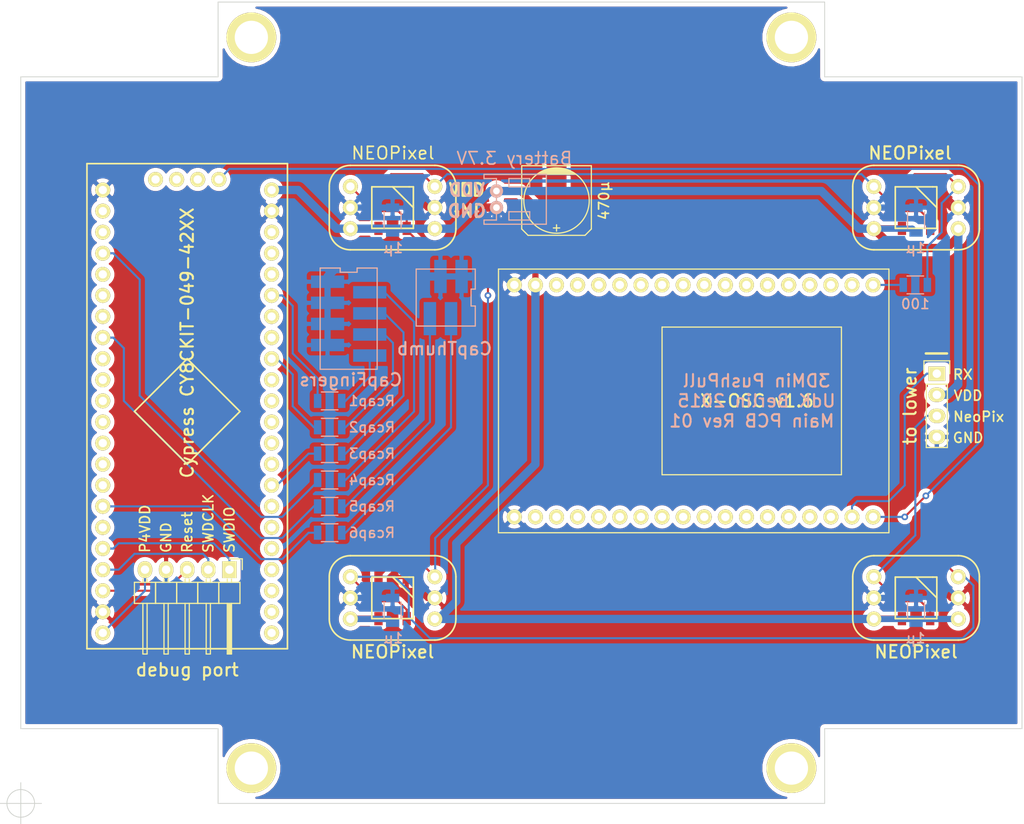
<source format=kicad_pcb>
(kicad_pcb (version 4) (host pcbnew "(2015-05-13 BZR 5653)-product")
  (layers (0 F.Cu signal) (31 B.Cu signal) (34 B.Paste user) (35 F.Paste user) (36 B.SilkS user) (37 F.SilkS user) (38 B.Mask user) (39 F.Mask user) (44 Edge.Cuts user))
  (net 0 "")
  (net 1 VDD)
  (net 2 GND)
  (net 3 "Net-(P3-Pad1)")
  (net 4 "Net-(P3-Pad3)")
  (net 5 "Net-(P4-Pad1)")
  (net 6 "Net-(P4-Pad3)")
  (net 7 "Net-(P4-Pad5)")
  (net 8 "Net-(R1-Pad1)")
  (net 9 "Net-(R2-Pad1)")
  (net 10 "Net-(R3-Pad1)")
  (net 11 "Net-(P2-Pad7)")
  (net 12 "Net-(R4-Pad1)")
  (net 13 "Net-(P2-Pad5)")
  (net 14 "Net-(R5-Pad1)")
  (net 15 "Net-(P2-Pad3)")
  (net 16 "Net-(R6-Pad1)")
  (net 17 "Net-(P2-Pad1)")
  (net 18 "Net-(R7-Pad1)")
  (net 19 "Net-(R7-Pad2)")
  (net 20 "Net-(U1-Pad4)")
  (net 21 "Net-(U2-Pad4)")
  (net 22 "Net-(U3-Pad4)")
  (net 23 "Net-(U5-Pad2)")
  (net 24 "Net-(U5-Pad3)")
  (net 25 "Net-(U5-Pad4)")
  (net 26 "Net-(U5-Pad5)")
  (net 27 "Net-(U5-Pad6)")
  (net 28 "Net-(U5-Pad7)")
  (net 29 "Net-(U5-Pad8)")
  (net 30 "Net-(U5-Pad9)")
  (net 31 "Net-(U5-Pad10)")
  (net 32 "Net-(U5-Pad11)")
  (net 33 "Net-(U5-Pad12)")
  (net 34 "Net-(U5-Pad13)")
  (net 35 "Net-(U5-Pad14)")
  (net 36 "Net-(U5-Pad15)")
  (net 37 "Net-(U5-Pad16)")
  (net 38 "Net-(U5-Pad18)")
  (net 39 "Net-(U5-Pad20)")
  (net 40 "Net-(U5-Pad21)")
  (net 41 "Net-(U5-Pad22)")
  (net 42 "Net-(U5-Pad23)")
  (net 43 "Net-(U5-Pad24)")
  (net 44 "Net-(U5-Pad25)")
  (net 45 "Net-(U5-Pad26)")
  (net 46 "Net-(U5-Pad27)")
  (net 47 "Net-(U5-Pad28)")
  (net 48 "Net-(U5-Pad29)")
  (net 49 "Net-(U5-Pad30)")
  (net 50 "Net-(U5-Pad31)")
  (net 51 "Net-(U5-Pad32)")
  (net 52 "Net-(U5-Pad33)")
  (net 53 "Net-(U5-Pad34)")
  (net 54 "Net-(U6-Pad2)")
  (net 55 "Net-(U6-Pad3)")
  (net 56 "Net-(U6-Pad5)")
  (net 57 "Net-(U6-Pad6)")
  (net 58 "Net-(U6-Pad7)")
  (net 59 "Net-(U6-Pad9)")
  (net 60 "Net-(U6-Pad10)")
  (net 61 "Net-(U6-Pad11)")
  (net 62 "Net-(U6-Pad12)")
  (net 63 "Net-(U6-Pad13)")
  (net 64 "Net-(U6-Pad14)")
  (net 65 "Net-(U6-Pad15)")
  (net 66 "Net-(U6-Pad17)")
  (net 67 "Net-(U6-Pad23)")
  (net 68 "Net-(U6-Pad24)")
  (net 69 "Net-(U6-Pad25)")
  (net 70 "Net-(U6-Pad26)")
  (net 71 "Net-(U6-Pad27)")
  (net 72 "Net-(U6-Pad28)")
  (net 73 "Net-(U6-Pad29)")
  (net 74 "Net-(U6-Pad31)")
  (net 75 "Net-(U6-Pad32)")
  (net 76 "Net-(U6-Pad33)")
  (net 77 "Net-(U6-Pad34)")
  (net 78 "Net-(U6-Pad35)")
  (net 79 "Net-(U6-Pad37)")
  (net 80 "Net-(U6-Pad40)")
  (net 81 "Net-(U6-Pad41)")
  (net 82 "Net-(U6-Pad42)")
  (net 83 "Net-(U6-Pad38)")
  (net 84 "Net-(U6-Pad46)")
  (net 85 "Net-(U6-Pad47)")
  (net 86 "Net-(U6-Pad48)")
  (net 87 "Net-(P5-Pad1)")
  (net 88 "Net-(P5-Pad3)")
  (net 89 "Net-(P4-Pad2)")
  (module Pushpull:Psoc (layer F.Cu) (at 81.28 81.28 90)
    (fp_text reference U6 hide)
    (fp_text value "Cypress CY8CKIT-049-42XX" (at 6.985 0 90) (layer F.SilkS) (effects (font (size 1.5 1.5) (thickness 0.25))))
    (pad 1 thru_hole circle (at 25.4 -10.16 90) (size 1.8 1.8) (drill 1) (layers *.Cu *.Mask F.SilkS) (net 2 GND))
    (pad 2 thru_hole circle (at 22.86 -10.16 90) (size 1.8 1.8) (drill 1) (layers *.Cu *.Mask F.SilkS) (net 54 "Net-(U6-Pad2)"))
    (pad 3 thru_hole circle (at 20.32 -10.16 90) (size 1.8 1.8) (drill 1) (layers *.Cu *.Mask F.SilkS) (net 55 "Net-(U6-Pad3)"))
    (pad 4 thru_hole circle (at 17.78 -10.16 90) (size 1.8 1.8) (drill 1) (layers *.Cu *.Mask F.SilkS) (net 12 "Net-(R4-Pad1)"))
    (pad 5 thru_hole circle (at 15.24 -10.16 90) (size 1.8 1.8) (drill 1) (layers *.Cu *.Mask F.SilkS) (net 56 "Net-(U6-Pad5)"))
    (pad 6 thru_hole circle (at 12.7 -10.16 90) (size 1.8 1.8) (drill 1) (layers *.Cu *.Mask F.SilkS) (net 57 "Net-(U6-Pad6)"))
    (pad 7 thru_hole circle (at 10.16 -10.16 90) (size 1.8 1.8) (drill 1) (layers *.Cu *.Mask F.SilkS) (net 58 "Net-(U6-Pad7)"))
    (pad 8 thru_hole circle (at 7.62 -10.16 90) (size 1.8 1.8) (drill 1) (layers *.Cu *.Mask F.SilkS) (net 14 "Net-(R5-Pad1)"))
    (pad 9 thru_hole circle (at 5.08 -10.16 90) (size 1.8 1.8) (drill 1) (layers *.Cu *.Mask F.SilkS) (net 59 "Net-(U6-Pad9)"))
    (pad 10 thru_hole circle (at 2.54 -10.16 90) (size 1.8 1.8) (drill 1) (layers *.Cu *.Mask F.SilkS) (net 60 "Net-(U6-Pad10)"))
    (pad 11 thru_hole circle (at 0 -10.16 90) (size 1.8 1.8) (drill 1) (layers *.Cu *.Mask F.SilkS) (net 61 "Net-(U6-Pad11)"))
    (pad 12 thru_hole circle (at -2.54 -10.16 90) (size 1.8 1.8) (drill 1) (layers *.Cu *.Mask F.SilkS) (net 62 "Net-(U6-Pad12)"))
    (pad 13 thru_hole circle (at -5.08 -10.16 90) (size 1.8 1.8) (drill 1) (layers *.Cu *.Mask F.SilkS) (net 63 "Net-(U6-Pad13)"))
    (pad 14 thru_hole circle (at -7.62 -10.16 90) (size 1.8 1.8) (drill 1) (layers *.Cu *.Mask F.SilkS) (net 64 "Net-(U6-Pad14)"))
    (pad 15 thru_hole circle (at -10.16 -10.16 90) (size 1.8 1.8) (drill 1) (layers *.Cu *.Mask F.SilkS) (net 65 "Net-(U6-Pad15)"))
    (pad 16 thru_hole circle (at -12.7 -10.16 90) (size 1.8 1.8) (drill 1) (layers *.Cu *.Mask F.SilkS) (net 16 "Net-(R6-Pad1)"))
    (pad 17 thru_hole circle (at -15.24 -10.16 90) (size 1.8 1.8) (drill 1) (layers *.Cu *.Mask F.SilkS) (net 66 "Net-(U6-Pad17)"))
    (pad 18 thru_hole circle (at -17.78 -10.16 90) (size 1.8 1.8) (drill 1) (layers *.Cu *.Mask F.SilkS) (net 5 "Net-(P4-Pad1)"))
    (pad 19 thru_hole circle (at -20.32 -10.16 90) (size 1.8 1.8) (drill 1) (layers *.Cu *.Mask F.SilkS) (net 89 "Net-(P4-Pad2)"))
    (pad 20 thru_hole circle (at -22.86 -10.16 90) (size 1.8 1.8) (drill 1) (layers *.Cu *.Mask F.SilkS) (net 6 "Net-(P4-Pad3)"))
    (pad 21 thru_hole circle (at -25.4 -10.16 90) (size 1.8 1.8) (drill 1) (layers *.Cu *.Mask F.SilkS) (net 2 GND))
    (pad 22 thru_hole circle (at -27.94 -10.16 90) (size 1.8 1.8) (drill 1) (layers *.Cu *.Mask F.SilkS) (net 7 "Net-(P4-Pad5)"))
    (pad 23 thru_hole circle (at -27.94 10.16 90) (size 1.8 1.8) (drill 1) (layers *.Cu *.Mask F.SilkS) (net 67 "Net-(U6-Pad23)"))
    (pad 24 thru_hole circle (at -25.4 10.16 90) (size 1.8 1.8) (drill 1) (layers *.Cu *.Mask F.SilkS) (net 68 "Net-(U6-Pad24)"))
    (pad 25 thru_hole circle (at -22.86 10.16 90) (size 1.8 1.8) (drill 1) (layers *.Cu *.Mask F.SilkS) (net 69 "Net-(U6-Pad25)"))
    (pad 26 thru_hole circle (at -20.32 10.16 90) (size 1.8 1.8) (drill 1) (layers *.Cu *.Mask F.SilkS) (net 70 "Net-(U6-Pad26)"))
    (pad 27 thru_hole circle (at -17.78 10.16 90) (size 1.8 1.8) (drill 1) (layers *.Cu *.Mask F.SilkS) (net 71 "Net-(U6-Pad27)"))
    (pad 28 thru_hole circle (at -15.24 10.16 90) (size 1.8 1.8) (drill 1) (layers *.Cu *.Mask F.SilkS) (net 72 "Net-(U6-Pad28)"))
    (pad 29 thru_hole circle (at -12.7 10.16 90) (size 1.8 1.8) (drill 1) (layers *.Cu *.Mask F.SilkS) (net 73 "Net-(U6-Pad29)"))
    (pad 30 thru_hole circle (at -10.16 10.16 90) (size 1.8 1.8) (drill 1) (layers *.Cu *.Mask F.SilkS) (net 10 "Net-(R3-Pad1)"))
    (pad 31 thru_hole circle (at -7.62 10.16 90) (size 1.8 1.8) (drill 1) (layers *.Cu *.Mask F.SilkS) (net 74 "Net-(U6-Pad31)"))
    (pad 32 thru_hole circle (at -5.08 10.16 90) (size 1.8 1.8) (drill 1) (layers *.Cu *.Mask F.SilkS) (net 75 "Net-(U6-Pad32)"))
    (pad 33 thru_hole circle (at -2.54 10.16 90) (size 1.8 1.8) (drill 1) (layers *.Cu *.Mask F.SilkS) (net 76 "Net-(U6-Pad33)"))
    (pad 34 thru_hole circle (at 0 10.16 90) (size 1.8 1.8) (drill 1) (layers *.Cu *.Mask F.SilkS) (net 77 "Net-(U6-Pad34)"))
    (pad 35 thru_hole circle (at 2.54 10.16 90) (size 1.8 1.8) (drill 1) (layers *.Cu *.Mask F.SilkS) (net 78 "Net-(U6-Pad35)"))
    (pad 36 thru_hole circle (at 5.08 10.16 90) (size 1.8 1.8) (drill 1) (layers *.Cu *.Mask F.SilkS) (net 9 "Net-(R2-Pad1)"))
    (pad 37 thru_hole circle (at 7.62 10.16 90) (size 1.8 1.8) (drill 1) (layers *.Cu *.Mask F.SilkS) (net 79 "Net-(U6-Pad37)"))
    (pad 39 thru_hole circle (at 12.7 10.16 90) (size 1.8 1.8) (drill 1) (layers *.Cu *.Mask F.SilkS) (net 8 "Net-(R1-Pad1)"))
    (pad 40 thru_hole circle (at 15.24 10.16 90) (size 1.8 1.8) (drill 1) (layers *.Cu *.Mask F.SilkS) (net 80 "Net-(U6-Pad40)"))
    (pad 41 thru_hole circle (at 17.78 10.16 90) (size 1.8 1.8) (drill 1) (layers *.Cu *.Mask F.SilkS) (net 81 "Net-(U6-Pad41)"))
    (pad 42 thru_hole circle (at 20.32 10.16 90) (size 1.8 1.8) (drill 1) (layers *.Cu *.Mask F.SilkS) (net 82 "Net-(U6-Pad42)"))
    (pad 43 thru_hole circle (at 22.86 10.16 90) (size 1.8 1.8) (drill 1) (layers *.Cu *.Mask F.SilkS) (net 2 GND))
    (pad 44 thru_hole circle (at 25.4 10.16 90) (size 1.8 1.8) (drill 1) (layers *.Cu *.Mask F.SilkS) (net 1 VDD))
    (pad 38 thru_hole circle (at 10.16 10.16 90) (size 1.8 1.8) (drill 1) (layers *.Cu *.Mask F.SilkS) (net 83 "Net-(U6-Pad38)"))
    (pad 45 thru_hole circle (at 26.67 3.81 90) (size 1.8 1.8) (drill 1) (layers *.Cu *.Mask F.SilkS) (net 38 "Net-(U5-Pad18)"))
    (pad 46 thru_hole circle (at 26.67 1.27 90) (size 1.8 1.8) (drill 1) (layers *.Cu *.Mask F.SilkS) (net 84 "Net-(U6-Pad46)"))
    (pad 47 thru_hole circle (at 26.67 -1.27 90) (size 1.8 1.8) (drill 1) (layers *.Cu *.Mask F.SilkS) (net 85 "Net-(U6-Pad47)"))
    (pad 48 thru_hole circle (at 26.67 -3.81 90) (size 1.8 1.8) (drill 1) (layers *.Cu *.Mask F.SilkS) (net 86 "Net-(U6-Pad48)"))
  )
  (module Capacitors_SMD:C_1206 (layer B.Cu) (at 169 59.5 90)
    (fp_text reference C1 hide)
    (fp_text value 1µ (at -3.365 -0.09 180) (layer B.SilkS) (effects (font (size 1.2 1.2) (thickness 0.2)) (justify mirror)))
    (pad 1 smd rect (at -1.5 0 90) (size 1 1.6) (layers B.Cu B.Paste B.Mask) (net 1 VDD))
    (pad 2 smd rect (at 1.5 0 90) (size 1 1.6) (layers B.Cu B.Paste B.Mask) (net 2 GND))
  )
  (module Capacitors_SMD:C_1206 (layer B.Cu) (at 106 59.5 90)
    (fp_text reference C2 hide)
    (fp_text value 1µ (at -3.365 0.045 180) (layer B.SilkS) (effects (font (size 1.2 1.2) (thickness 0.2)) (justify mirror)))
    (pad 1 smd rect (at -1.5 0 90) (size 1 1.6) (layers B.Cu B.Paste B.Mask) (net 1 VDD))
    (pad 2 smd rect (at 1.5 0 90) (size 1 1.6) (layers B.Cu B.Paste B.Mask) (net 2 GND))
  )
  (module Capacitors_SMD:C_1206 (layer B.Cu) (at 106 106.5 90)
    (fp_text reference C3 hide)
    (fp_text value 1µ (at -3.355 0.045 180) (layer B.SilkS) (effects (font (size 1.2 1.2) (thickness 0.2)) (justify mirror)))
    (pad 1 smd rect (at -1.5 0 90) (size 1 1.6) (layers B.Cu B.Paste B.Mask) (net 1 VDD))
    (pad 2 smd rect (at 1.5 0 90) (size 1 1.6) (layers B.Cu B.Paste B.Mask) (net 2 GND))
  )
  (module Capacitors_SMD:C_1206 (layer B.Cu) (at 169 106.5 90)
    (fp_text reference C4 hide)
    (fp_text value 1µ (at -3.355 -0.09 180) (layer B.SilkS) (effects (font (size 1.2 1.2) (thickness 0.2)) (justify mirror)))
    (pad 1 smd rect (at -1.5 0 90) (size 1 1.6) (layers B.Cu B.Paste B.Mask) (net 1 VDD))
    (pad 2 smd rect (at 1.5 0 90) (size 1 1.6) (layers B.Cu B.Paste B.Mask) (net 2 GND))
  )
  (module Pin_Headers:Pin_Header_Straight_1x04 (layer F.Cu) (at 171.5 78)
    (fp_text reference P3 hide)
    (fp_text value "to lower" (at -3.225 3.915 90) (layer F.SilkS) (effects (font (size 1.5 1.5) (thickness 0.25))))
    (pad 1 thru_hole rect (at 0 0) (size 2.032 1.7272) (drill 1.016) (layers *.Cu *.Mask F.SilkS) (net 3 "Net-(P3-Pad1)"))
    (pad 2 thru_hole oval (at 0 2.54) (size 2.032 1.7272) (drill 1.016) (layers *.Cu *.Mask F.SilkS) (net 1 VDD))
    (pad 3 thru_hole oval (at 0 5.08) (size 2.032 1.7272) (drill 1.016) (layers *.Cu *.Mask F.SilkS) (net 4 "Net-(P3-Pad3)"))
    (pad 4 thru_hole oval (at 0 7.62) (size 2.032 1.7272) (drill 1.016) (layers *.Cu *.Mask F.SilkS) (net 2 GND))
  )
  (module Resistors_SMD:R_1206 (layer B.Cu) (at 98.425 81.28)
    (fp_text reference R1 hide)
    (fp_text value Rcap1 (at 5.08 0) (layer B.SilkS) (effects (font (size 1.2 1.2) (thickness 0.2)) (justify mirror)))
    (pad 1 smd rect (at -1.45 0) (size 0.9 1.7) (layers B.Cu B.Paste B.Mask) (net 8 "Net-(R1-Pad1)"))
    (pad 2 smd rect (at 1.45 0) (size 0.9 1.7) (layers B.Cu B.Paste B.Mask) (net 17 "Net-(P2-Pad1)"))
  )
  (module Resistors_SMD:R_1206 (layer B.Cu) (at 98.425 84.455)
    (fp_text reference R2 hide)
    (fp_text value Rcap2 (at 5.08 0) (layer B.SilkS) (effects (font (size 1.2 1.2) (thickness 0.2)) (justify mirror)))
    (pad 1 smd rect (at -1.45 0) (size 0.9 1.7) (layers B.Cu B.Paste B.Mask) (net 9 "Net-(R2-Pad1)"))
    (pad 2 smd rect (at 1.45 0) (size 0.9 1.7) (layers B.Cu B.Paste B.Mask) (net 15 "Net-(P2-Pad3)"))
  )
  (module Resistors_SMD:R_1206 (layer B.Cu) (at 98.425 87.63)
    (fp_text reference R3 hide)
    (fp_text value Rcap3 (at 5.08 0) (layer B.SilkS) (effects (font (size 1.2 1.2) (thickness 0.2)) (justify mirror)))
    (pad 1 smd rect (at -1.45 0) (size 0.9 1.7) (layers B.Cu B.Paste B.Mask) (net 10 "Net-(R3-Pad1)"))
    (pad 2 smd rect (at 1.45 0) (size 0.9 1.7) (layers B.Cu B.Paste B.Mask) (net 13 "Net-(P2-Pad5)"))
  )
  (module Resistors_SMD:R_1206 (layer B.Cu) (at 98.425 90.805)
    (fp_text reference R4 hide)
    (fp_text value Rcap4 (at 5.08 0) (layer B.SilkS) (effects (font (size 1.2 1.2) (thickness 0.2)) (justify mirror)))
    (pad 1 smd rect (at -1.45 0) (size 0.9 1.7) (layers B.Cu B.Paste B.Mask) (net 12 "Net-(R4-Pad1)"))
    (pad 2 smd rect (at 1.45 0) (size 0.9 1.7) (layers B.Cu B.Paste B.Mask) (net 11 "Net-(P2-Pad7)"))
  )
  (module Resistors_SMD:R_1206 (layer B.Cu) (at 98.425 93.98)
    (fp_text reference R5 hide)
    (fp_text value Rcap5 (at 5.08 0) (layer B.SilkS) (effects (font (size 1.2 1.2) (thickness 0.2)) (justify mirror)))
    (pad 1 smd rect (at -1.45 0) (size 0.9 1.7) (layers B.Cu B.Paste B.Mask) (net 14 "Net-(R5-Pad1)"))
    (pad 2 smd rect (at 1.45 0) (size 0.9 1.7) (layers B.Cu B.Paste B.Mask) (net 87 "Net-(P5-Pad1)"))
  )
  (module Resistors_SMD:R_1206 (layer B.Cu) (at 98.425 97.155)
    (fp_text reference R6 hide)
    (fp_text value Rcap6 (at 5.08 0) (layer B.SilkS) (effects (font (size 1.2 1.2) (thickness 0.2)) (justify mirror)))
    (pad 1 smd rect (at -1.45 0) (size 0.9 1.7) (layers B.Cu B.Paste B.Mask) (net 16 "Net-(R6-Pad1)"))
    (pad 2 smd rect (at 1.45 0) (size 0.9 1.7) (layers B.Cu B.Paste B.Mask) (net 88 "Net-(P5-Pad3)"))
  )
  (module Resistors_SMD:R_1206 (layer B.Cu) (at 168.91 67.31 180)
    (fp_text reference R7 hide)
    (fp_text value 100 (at 0 -2.3 180) (layer B.SilkS) (effects (font (size 1.2 1.2) (thickness 0.2)) (justify mirror)))
    (pad 1 smd rect (at -1.45 0 180) (size 0.9 1.7) (layers B.Cu B.Paste B.Mask) (net 18 "Net-(R7-Pad1)"))
    (pad 2 smd rect (at 1.45 0 180) (size 0.9 1.7) (layers B.Cu B.Paste B.Mask) (net 19 "Net-(R7-Pad2)"))
  )
  (module Capacitors_SMD:c_elec_8x10 (layer F.Cu) (at 125.73 57.15 270)
    (fp_text reference C5 hide)
    (fp_text value 470µ (at 0 -5.715 270) (layer F.SilkS) (effects (font (size 1.2 1.2) (thickness 0.2))))
    (pad 1 smd rect (at 3.2512 0 270) (size 3.50012 2.4003) (layers F.Cu F.Paste F.Mask) (net 1 VDD))
    (pad 2 smd rect (at -3.2512 0 270) (size 3.50012 2.4003) (layers F.Cu F.Paste F.Mask) (net 2 GND))
  )
  (module Pushpull:XOsc (layer F.Cu) (at 142.24 81.28 180)
    (fp_text reference U5 hide)
    (fp_text value "X-OSC v1.6" (at -7.62 0 180) (layer F.SilkS) (effects (font (size 1.5 1.5) (thickness 0.25))))
    (pad 1 thru_hole circle (at 21.59 -13.97 180) (size 1.8 1.8) (drill 1) (layers *.Cu *.Mask F.SilkS) (net 2 GND))
    (pad 2 thru_hole circle (at 19.05 -13.97 180) (size 1.8 1.8) (drill 1) (layers *.Cu *.Mask F.SilkS) (net 23 "Net-(U5-Pad2)"))
    (pad 3 thru_hole circle (at 16.51 -13.97 180) (size 1.8 1.8) (drill 1) (layers *.Cu *.Mask F.SilkS) (net 24 "Net-(U5-Pad3)"))
    (pad 4 thru_hole circle (at 13.97 -13.97 180) (size 1.8 1.8) (drill 1) (layers *.Cu *.Mask F.SilkS) (net 25 "Net-(U5-Pad4)"))
    (pad 5 thru_hole circle (at 11.43 -13.97 180) (size 1.8 1.8) (drill 1) (layers *.Cu *.Mask F.SilkS) (net 26 "Net-(U5-Pad5)"))
    (pad 6 thru_hole circle (at 8.89 -13.97 180) (size 1.8 1.8) (drill 1) (layers *.Cu *.Mask F.SilkS) (net 27 "Net-(U5-Pad6)"))
    (pad 7 thru_hole circle (at 6.35 -13.97 180) (size 1.8 1.8) (drill 1) (layers *.Cu *.Mask F.SilkS) (net 28 "Net-(U5-Pad7)"))
    (pad 8 thru_hole circle (at 3.81 -13.97 180) (size 1.8 1.8) (drill 1) (layers *.Cu *.Mask F.SilkS) (net 29 "Net-(U5-Pad8)"))
    (pad 9 thru_hole circle (at 1.27 -13.97 180) (size 1.8 1.8) (drill 1) (layers *.Cu *.Mask F.SilkS) (net 30 "Net-(U5-Pad9)"))
    (pad 10 thru_hole circle (at -1.27 -13.97 180) (size 1.8 1.8) (drill 1) (layers *.Cu *.Mask F.SilkS) (net 31 "Net-(U5-Pad10)"))
    (pad 11 thru_hole circle (at -3.81 -13.97 180) (size 1.8 1.8) (drill 1) (layers *.Cu *.Mask F.SilkS) (net 32 "Net-(U5-Pad11)"))
    (pad 12 thru_hole circle (at -6.35 -13.97 180) (size 1.8 1.8) (drill 1) (layers *.Cu *.Mask F.SilkS) (net 33 "Net-(U5-Pad12)"))
    (pad 13 thru_hole circle (at -8.89 -13.97 180) (size 1.8 1.8) (drill 1) (layers *.Cu *.Mask F.SilkS) (net 34 "Net-(U5-Pad13)"))
    (pad 14 thru_hole circle (at -11.43 -13.97 180) (size 1.8 1.8) (drill 1) (layers *.Cu *.Mask F.SilkS) (net 35 "Net-(U5-Pad14)"))
    (pad 15 thru_hole circle (at -13.97 -13.97 180) (size 1.8 1.8) (drill 1) (layers *.Cu *.Mask F.SilkS) (net 36 "Net-(U5-Pad15)"))
    (pad 16 thru_hole circle (at -16.51 -13.97 180) (size 1.8 1.8) (drill 1) (layers *.Cu *.Mask F.SilkS) (net 37 "Net-(U5-Pad16)"))
    (pad 17 thru_hole circle (at -19.05 -13.97 180) (size 1.8 1.8) (drill 1) (layers *.Cu *.Mask F.SilkS) (net 3 "Net-(P3-Pad1)"))
    (pad 18 thru_hole circle (at -21.59 -13.97 180) (size 1.8 1.8) (drill 1) (layers *.Cu *.Mask F.SilkS) (net 38 "Net-(U5-Pad18)"))
    (pad 19 thru_hole circle (at -21.59 13.97 180) (size 1.8 1.8) (drill 1) (layers *.Cu *.Mask F.SilkS) (net 19 "Net-(R7-Pad2)"))
    (pad 20 thru_hole circle (at -19.05 13.97 180) (size 1.8 1.8) (drill 1) (layers *.Cu *.Mask F.SilkS) (net 39 "Net-(U5-Pad20)"))
    (pad 21 thru_hole circle (at -16.51 13.97 180) (size 1.8 1.8) (drill 1) (layers *.Cu *.Mask F.SilkS) (net 40 "Net-(U5-Pad21)"))
    (pad 22 thru_hole circle (at -13.97 13.97 180) (size 1.8 1.8) (drill 1) (layers *.Cu *.Mask F.SilkS) (net 41 "Net-(U5-Pad22)"))
    (pad 23 thru_hole circle (at -11.43 13.97 180) (size 1.8 1.8) (drill 1) (layers *.Cu *.Mask F.SilkS) (net 42 "Net-(U5-Pad23)"))
    (pad 24 thru_hole circle (at -8.89 13.97 180) (size 1.8 1.8) (drill 1) (layers *.Cu *.Mask F.SilkS) (net 43 "Net-(U5-Pad24)"))
    (pad 25 thru_hole circle (at -6.35 13.97 180) (size 1.8 1.8) (drill 1) (layers *.Cu *.Mask F.SilkS) (net 44 "Net-(U5-Pad25)"))
    (pad 26 thru_hole circle (at -3.81 13.97 180) (size 1.8 1.8) (drill 1) (layers *.Cu *.Mask F.SilkS) (net 45 "Net-(U5-Pad26)"))
    (pad 27 thru_hole circle (at -1.27 13.97 180) (size 1.8 1.8) (drill 1) (layers *.Cu *.Mask F.SilkS) (net 46 "Net-(U5-Pad27)"))
    (pad 28 thru_hole circle (at 1.27 13.97 180) (size 1.8 1.8) (drill 1) (layers *.Cu *.Mask F.SilkS) (net 47 "Net-(U5-Pad28)"))
    (pad 29 thru_hole circle (at 3.81 13.97 180) (size 1.8 1.8) (drill 1) (layers *.Cu *.Mask F.SilkS) (net 48 "Net-(U5-Pad29)"))
    (pad 30 thru_hole circle (at 6.35 13.97 180) (size 1.8 1.8) (drill 1) (layers *.Cu *.Mask F.SilkS) (net 49 "Net-(U5-Pad30)"))
    (pad 31 thru_hole circle (at 8.89 13.97 180) (size 1.8 1.8) (drill 1) (layers *.Cu *.Mask F.SilkS) (net 50 "Net-(U5-Pad31)"))
    (pad 32 thru_hole circle (at 11.43 13.97 180) (size 1.8 1.8) (drill 1) (layers *.Cu *.Mask F.SilkS) (net 51 "Net-(U5-Pad32)"))
    (pad 33 thru_hole circle (at 13.97 13.97 180) (size 1.8 1.8) (drill 1) (layers *.Cu *.Mask F.SilkS) (net 52 "Net-(U5-Pad33)"))
    (pad 34 thru_hole circle (at 16.51 13.97 180) (size 1.8 1.8) (drill 1) (layers *.Cu *.Mask F.SilkS) (net 53 "Net-(U5-Pad34)"))
    (pad 35 thru_hole circle (at 19.05 13.97 180) (size 1.8 1.8) (drill 1) (layers *.Cu *.Mask F.SilkS) (net 1 VDD))
    (pad 36 thru_hole circle (at 21.59 13.97 180) (size 1.8 1.8) (drill 1) (layers *.Cu *.Mask F.SilkS) (net 2 GND))
  )
  (module Pushpull:JST_PH_Series_S2B-PH-KL-2pole_angled (layer B.Cu) (at 118.5 57)
    (fp_text reference P1 hide)
    (fp_text value "Battery 3.7V" (at 2.15 -4.93) (layer B.SilkS) (effects (font (size 1.5 1.5) (thickness 0.2)) (justify mirror)))
    (pad 1 thru_hole circle (at 0 1) (size 1.6 1.6) (drill 0.8) (layers *.Cu *.Mask B.SilkS) (net 2 GND))
    (pad 2 thru_hole circle (at 0 -1) (size 1.6 1.6) (drill 0.8) (layers *.Cu *.Mask B.SilkS) (net 1 VDD))
  )
  (module Pushpull:4_PIN_MM_conn (layer B.Cu) (at 112.395 68.834)
    (fp_text reference P5 hide)
    (fp_text value CapThumb (at -0.145 6.166) (layer B.SilkS) (effects (font (size 1.5 1.5) (thickness 0.25)) (justify mirror)))
    (pad 1 smd rect (at -1.905 2.54) (size 1.5 4) (layers B.Cu B.Paste B.Mask) (net 87 "Net-(P5-Pad1)"))
    (pad 3 smd rect (at 0.635 2.54) (size 1.5 4) (layers B.Cu B.Paste B.Mask) (net 88 "Net-(P5-Pad3)"))
    (pad 2 smd rect (at -0.635 -2.54) (size 1.5 4) (layers B.Cu B.Paste B.Mask) (net 2 GND))
    (pad 4 smd rect (at 1.905 -2.54) (size 1.5 4) (layers B.Cu B.Paste B.Mask) (net 2 GND))
  )
  (module Pushpull:8_PIN_MM_conn (layer B.Cu) (at 104.14 77.47 90)
    (fp_text reference P2 hide)
    (fp_text value CapFingers (at -1.27 -3.175 180) (layer B.SilkS) (effects (font (size 1.5 1.5) (thickness 0.25)) (justify mirror)))
    (pad 1 smd rect (at 1.651 -0.889 90) (size 1.5 4) (layers B.Cu B.Paste B.Mask) (net 17 "Net-(P2-Pad1)"))
    (pad 3 smd rect (at 4.191 -0.889 90) (size 1.5 4) (layers B.Cu B.Paste B.Mask) (net 15 "Net-(P2-Pad3)"))
    (pad 2 smd rect (at 2.921 -5.969 90) (size 1.5 4) (layers B.Cu B.Paste B.Mask) (net 2 GND))
    (pad 4 smd rect (at 5.461 -5.969 90) (size 1.5 4) (layers B.Cu B.Paste B.Mask) (net 2 GND))
    (pad 5 smd rect (at 6.731 -0.889 90) (size 1.5 4) (layers B.Cu B.Paste B.Mask) (net 13 "Net-(P2-Pad5)"))
    (pad 6 smd rect (at 8.001 -5.969 90) (size 1.5 4) (layers B.Cu B.Paste B.Mask) (net 2 GND))
    (pad 7 smd rect (at 9.271 -0.889 90) (size 1.5 4) (layers B.Cu B.Paste B.Mask) (net 11 "Net-(P2-Pad7)"))
    (pad 8 smd rect (at 10.541 -5.969 90) (size 1.5 4) (layers B.Cu B.Paste B.Mask) (net 2 GND))
  )
  (module Pushpull:NeoPixel_WS2812B (layer F.Cu) (at 106 105 180)
    (fp_text reference U3 hide)
    (fp_text value NEOPixel (at 0 -6.5 180) (layer F.SilkS) (effects (font (size 1.5 1.5) (thickness 0.25))))
    (pad 1 thru_hole circle (at -5.08 -2.54 180) (size 1.8 1.8) (drill 1) (layers *.Cu *.Mask F.SilkS) (net 1 VDD))
    (pad 2 thru_hole circle (at -5.08 0 180) (size 1.8 1.8) (drill 1) (layers *.Cu *.Mask F.SilkS) (net 2 GND))
    (pad 3 thru_hole circle (at -5.08 2.54 180) (size 1.8 1.8) (drill 1) (layers *.Cu *.Mask F.SilkS) (net 21 "Net-(U2-Pad4)"))
    (pad 4 thru_hole circle (at 5.08 2.54 180) (size 1.8 1.8) (drill 1) (layers *.Cu *.Mask F.SilkS) (net 22 "Net-(U3-Pad4)"))
    (pad 5 thru_hole circle (at 5.08 0 180) (size 1.8 1.8) (drill 1) (layers *.Cu *.Mask F.SilkS) (net 2 GND))
    (pad 6 thru_hole circle (at 5.08 -2.54 180) (size 1.8 1.8) (drill 1) (layers *.Cu *.Mask F.SilkS) (net 1 VDD))
    (pad 6 smd rect (at 1.7 -2.5 90) (size 1.6 1) (layers F.Cu F.Paste F.Mask) (net 1 VDD))
    (pad 4 smd rect (at -1.7 -2.5 90) (size 1.6 1) (layers F.Cu F.Paste F.Mask) (net 22 "Net-(U3-Pad4)"))
    (pad 2 smd rect (at -1.7 2.5 90) (size 1.6 1) (layers F.Cu F.Paste F.Mask) (net 2 GND))
    (pad 3 smd rect (at 1.7 2.5 90) (size 1.6 1) (layers F.Cu F.Paste F.Mask) (net 21 "Net-(U2-Pad4)"))
  )
  (module Pushpull:NeoPixel_WS2812B (layer F.Cu) (at 106 58 180)
    (fp_text reference U2 hide)
    (fp_text value NEOPixel (at -0.045 6.565 180) (layer F.SilkS) (effects (font (size 1.5 1.5) (thickness 0.2))))
    (pad 1 thru_hole circle (at -5.08 -2.54 180) (size 1.8 1.8) (drill 1) (layers *.Cu *.Mask F.SilkS) (net 1 VDD))
    (pad 2 thru_hole circle (at -5.08 0 180) (size 1.8 1.8) (drill 1) (layers *.Cu *.Mask F.SilkS) (net 2 GND))
    (pad 3 thru_hole circle (at -5.08 2.54 180) (size 1.8 1.8) (drill 1) (layers *.Cu *.Mask F.SilkS) (net 20 "Net-(U1-Pad4)"))
    (pad 4 thru_hole circle (at 5.08 2.54 180) (size 1.8 1.8) (drill 1) (layers *.Cu *.Mask F.SilkS) (net 21 "Net-(U2-Pad4)"))
    (pad 5 thru_hole circle (at 5.08 0 180) (size 1.8 1.8) (drill 1) (layers *.Cu *.Mask F.SilkS) (net 2 GND))
    (pad 6 thru_hole circle (at 5.08 -2.54 180) (size 1.8 1.8) (drill 1) (layers *.Cu *.Mask F.SilkS) (net 1 VDD))
    (pad 6 smd rect (at 1.7 -2.5 90) (size 1.6 1) (layers F.Cu F.Paste F.Mask) (net 1 VDD))
    (pad 4 smd rect (at -1.7 -2.5 90) (size 1.6 1) (layers F.Cu F.Paste F.Mask) (net 21 "Net-(U2-Pad4)"))
    (pad 2 smd rect (at -1.7 2.5 90) (size 1.6 1) (layers F.Cu F.Paste F.Mask) (net 2 GND))
    (pad 3 smd rect (at 1.7 2.5 90) (size 1.6 1) (layers F.Cu F.Paste F.Mask) (net 20 "Net-(U1-Pad4)"))
  )
  (module Pushpull:NeoPixel_WS2812B (layer F.Cu) (at 169 58 180)
    (fp_text reference U1 hide)
    (fp_text value NEOPixel (at 0.725 6.565 180) (layer F.SilkS) (effects (font (size 1.5 1.5) (thickness 0.25))))
    (pad 1 thru_hole circle (at -5.08 -2.54 180) (size 1.8 1.8) (drill 1) (layers *.Cu *.Mask F.SilkS) (net 1 VDD))
    (pad 2 thru_hole circle (at -5.08 0 180) (size 1.8 1.8) (drill 1) (layers *.Cu *.Mask F.SilkS) (net 2 GND))
    (pad 3 thru_hole circle (at -5.08 2.54 180) (size 1.8 1.8) (drill 1) (layers *.Cu *.Mask F.SilkS) (net 18 "Net-(R7-Pad1)"))
    (pad 4 thru_hole circle (at 5.08 2.54 180) (size 1.8 1.8) (drill 1) (layers *.Cu *.Mask F.SilkS) (net 20 "Net-(U1-Pad4)"))
    (pad 5 thru_hole circle (at 5.08 0 180) (size 1.8 1.8) (drill 1) (layers *.Cu *.Mask F.SilkS) (net 2 GND))
    (pad 6 thru_hole circle (at 5.08 -2.54 180) (size 1.8 1.8) (drill 1) (layers *.Cu *.Mask F.SilkS) (net 1 VDD))
    (pad 6 smd rect (at 1.7 -2.5 90) (size 1.6 1) (layers F.Cu F.Paste F.Mask) (net 1 VDD))
    (pad 4 smd rect (at -1.7 -2.5 90) (size 1.6 1) (layers F.Cu F.Paste F.Mask) (net 20 "Net-(U1-Pad4)"))
    (pad 2 smd rect (at -1.7 2.5 90) (size 1.6 1) (layers F.Cu F.Paste F.Mask) (net 2 GND))
    (pad 3 smd rect (at 1.7 2.5 90) (size 1.6 1) (layers F.Cu F.Paste F.Mask) (net 18 "Net-(R7-Pad1)"))
  )
  (module Pushpull:NeoPixel_WS2812B (layer F.Cu) (at 169 105 180)
    (fp_text reference U4 hide)
    (fp_text value NEOPixel (at 0 -6.5 180) (layer F.SilkS) (effects (font (size 1.5 1.5) (thickness 0.25))))
    (pad 1 thru_hole circle (at -5.08 -2.54 180) (size 1.8 1.8) (drill 1) (layers *.Cu *.Mask F.SilkS) (net 1 VDD))
    (pad 2 thru_hole circle (at -5.08 0 180) (size 1.8 1.8) (drill 1) (layers *.Cu *.Mask F.SilkS) (net 2 GND))
    (pad 3 thru_hole circle (at -5.08 2.54 180) (size 1.8 1.8) (drill 1) (layers *.Cu *.Mask F.SilkS) (net 22 "Net-(U3-Pad4)"))
    (pad 4 thru_hole circle (at 5.08 2.54 180) (size 1.8 1.8) (drill 1) (layers *.Cu *.Mask F.SilkS) (net 4 "Net-(P3-Pad3)"))
    (pad 5 thru_hole circle (at 5.08 0 180) (size 1.8 1.8) (drill 1) (layers *.Cu *.Mask F.SilkS) (net 2 GND))
    (pad 6 thru_hole circle (at 5.08 -2.54 180) (size 1.8 1.8) (drill 1) (layers *.Cu *.Mask F.SilkS) (net 1 VDD))
    (pad 6 smd rect (at 1.7 -2.5 90) (size 1.6 1) (layers F.Cu F.Paste F.Mask) (net 1 VDD))
    (pad 4 smd rect (at -1.7 -2.5 90) (size 1.6 1) (layers F.Cu F.Paste F.Mask) (net 4 "Net-(P3-Pad3)"))
    (pad 2 smd rect (at -1.7 2.5 90) (size 1.6 1) (layers F.Cu F.Paste F.Mask) (net 2 GND))
    (pad 3 smd rect (at 1.7 2.5 90) (size 1.6 1) (layers F.Cu F.Paste F.Mask) (net 22 "Net-(U3-Pad4)"))
  )
  (module Pushpull:drill_4mm (layer F.Cu) (at 89 37.5)
    (fp_text reference REF** hide)
    (fp_text value drill_3.5mm hide)
    (pad 1 thru_hole circle (at 0 0) (size 6 6) (drill 4) (layers *.Cu *.Mask F.SilkS))
  )
  (module Pushpull:drill_4mm (layer F.Cu) (at 154 37.5)
    (fp_text reference REF** hide)
    (fp_text value drill_3.5mm hide)
    (pad 1 thru_hole circle (at 0 0) (size 6 6) (drill 4) (layers *.Cu *.Mask F.SilkS))
  )
  (module Pushpull:drill_4mm (layer F.Cu) (at 89 125.5)
    (fp_text reference REF** hide)
    (fp_text value drill_3.5mm hide)
    (pad 1 thru_hole circle (at 0 0) (size 6 6) (drill 4) (layers *.Cu *.Mask F.SilkS))
  )
  (module Pushpull:drill_4mm (layer F.Cu) (at 154 125.5)
    (fp_text reference REF** hide)
    (fp_text value drill_3.5mm hide)
    (pad 1 thru_hole circle (at 0 0) (size 6 6) (drill 4) (layers *.Cu *.Mask F.SilkS))
  )
  (module Pin_Headers:Pin_Header_Angled_1x05 (layer F.Cu) (at 86.36 101.6 270)
    (fp_text reference P4 hide)
    (fp_text value "debug port" (at 12.065 5.08 360) (layer F.SilkS) (effects (font (size 1.5 1.5) (thickness 0.25))))
    (pad 1 thru_hole rect (at 0 0 270) (size 2.032 1.7272) (drill 1.016) (layers *.Cu *.Mask F.SilkS) (net 5 "Net-(P4-Pad1)"))
    (pad 2 thru_hole oval (at 0 2.54 270) (size 2.032 1.7272) (drill 1.016) (layers *.Cu *.Mask F.SilkS) (net 89 "Net-(P4-Pad2)"))
    (pad 3 thru_hole oval (at 0 5.08 270) (size 2.032 1.7272) (drill 1.016) (layers *.Cu *.Mask F.SilkS) (net 6 "Net-(P4-Pad3)"))
    (pad 4 thru_hole oval (at 0 7.62 270) (size 2.032 1.7272) (drill 1.016) (layers *.Cu *.Mask F.SilkS) (net 2 GND))
    (pad 5 thru_hole oval (at 0 10.16 270) (size 2.032 1.7272) (drill 1.016) (layers *.Cu *.Mask F.SilkS) (net 7 "Net-(P4-Pad5)"))
  )
  (target plus (at 61.25 129.75) (size 5) (width 0.1) (layer Edge.Cuts))
  (gr_text SWDIO (at 86.36 99.695 90) (layer F.SilkS) (effects (font (size 1.2 1.2) (thickness 0.2)) (justify left)))
  (gr_text SWDCLK (at 83.82 99.695 90) (layer F.SilkS) (effects (font (size 1.2 1.2) (thickness 0.2)) (justify left)))
  (gr_text Reset (at 81.28 99.695 90) (layer F.SilkS) (effects (font (size 1.2 1.2) (thickness 0.2)) (justify left)))
  (gr_text P4VDD (at 76.2 99.695 90) (layer F.SilkS) (effects (font (size 1.2 1.2) (thickness 0.2)) (justify left)))
  (gr_text GND (at 78.74 99.695 90) (layer F.SilkS) (effects (font (size 1.2 1.2) (thickness 0.2)) (justify left)))
  (gr_text RX (at 174.625 78.105) (layer F.SilkS) (effects (font (size 1.2 1.2) (thickness 0.2))))
  (gr_text "GND\n" (at 175.26 85.725) (layer F.SilkS) (effects (font (size 1.2 1.2) (thickness 0.2))))
  (gr_text NeoPix (at 176.53 83.185) (layer F.SilkS) (effects (font (size 1.2 1.2) (thickness 0.2))))
  (gr_text VDD (at 175.26 80.645) (layer F.SilkS) (effects (font (size 1.2 1.2) (thickness 0.2))))
  (gr_line (start 61.25 42.25) (end 61.25 120.75) (angle 90) (layer Edge.Cuts) (width 0.1))
  (gr_line (start 85 42.25) (end 61.25 42.25) (angle 90) (layer Edge.Cuts) (width 0.1))
  (gr_line (start 85 33.25) (end 85 42.25) (angle 90) (layer Edge.Cuts) (width 0.1))
  (gr_line (start 158 33.25) (end 85 33.25) (angle 90) (layer Edge.Cuts) (width 0.1))
  (gr_line (start 158 42.25) (end 158 33.25) (angle 90) (layer Edge.Cuts) (width 0.1))
  (gr_line (start 181.75 42.25) (end 158 42.25) (angle 90) (layer Edge.Cuts) (width 0.1))
  (gr_line (start 181.75 120.75) (end 181.75 42.25) (angle 90) (layer Edge.Cuts) (width 0.1))
  (gr_line (start 158 120.75) (end 181.75 120.75) (angle 90) (layer Edge.Cuts) (width 0.1))
  (gr_line (start 158 129.75) (end 158 120.75) (angle 90) (layer Edge.Cuts) (width 0.1))
  (gr_line (start 85 129.75) (end 158 129.75) (angle 90) (layer Edge.Cuts) (width 0.1))
  (gr_line (start 85 120.75) (end 85 129.75) (angle 90) (layer Edge.Cuts) (width 0.1))
  (gr_line (start 61.25 120.75) (end 85 120.75) (angle 90) (layer Edge.Cuts) (width 0.1))
  (gr_line (start 170.18 75.565) (end 172.72 75.565) (angle 90) (layer F.SilkS) (width 0.3))
  (gr_text GND (at 114.935 58.42) (layer F.SilkS) (effects (font (size 1.5 1.5) (thickness 0.3))))
  (gr_text VDD (at 114.935 55.88) (layer F.SilkS) (effects (font (size 1.5 1.5) (thickness 0.3))))
  (gr_text GND (at 114.935 58.42) (layer B.SilkS) (effects (font (size 1.5 1.5) (thickness 0.3)) (justify mirror)))
  (gr_text VDD (at 114.935 55.88) (layer B.SilkS) (effects (font (size 1.5 1.5) (thickness 0.3)) (justify mirror)))
  (gr_text "3DMin PushPull \nUdK Berlin 2015 \nMain PCB Rev 01" (at 149.225 81.28) (layer B.SilkS) (effects (font (size 1.5 1.5) (thickness 0.25)) (justify mirror)))
  (segment (start 121.3288 56) (end 125.73 60.4012) (width 0.75) (layer F.Cu) (net 1))
  (segment (start 125.73 60.4012) (end 125.73 62.865) (width 0.75) (layer F.Cu) (net 1))
  (segment (start 123.19 67.31) (end 123.19 88.9) (width 1) (layer B.Cu) (net 1))
  (segment (start 123.19 88.9) (end 113.665 98.425) (width 1) (layer B.Cu) (net 1))
  (segment (start 113.665 98.425) (end 113.665 105.41) (width 1) (layer B.Cu) (net 1))
  (segment (start 113.665 105.41) (end 111.535 107.54) (width 1) (layer B.Cu) (net 1))
  (segment (start 111.535 107.54) (end 111.08 107.54) (width 0.75) (layer B.Cu) (net 1))
  (segment (start 174.08 60.54) (end 174.08 61.505) (width 0.75) (layer F.Cu) (net 1))
  (segment (start 174.08 61.505) (end 172.72 62.865) (width 1) (layer F.Cu) (net 1))
  (segment (start 172.72 62.865) (end 166.245 62.865) (width 1) (layer F.Cu) (net 1))
  (segment (start 166.245 62.865) (end 163.92 60.54) (width 1) (layer F.Cu) (net 1))
  (segment (start 171.5 80.54) (end 172.825 80.54) (width 1) (layer B.Cu) (net 1))
  (segment (start 172.825 80.54) (end 174.08 79.285) (width 1) (layer B.Cu) (net 1))
  (segment (start 174.08 79.285) (end 174.08 60.54) (width 1) (layer B.Cu) (net 1))
  (segment (start 174.08 107.54) (end 168.54 107.54) (width 0.75) (layer B.Cu) (net 1))
  (segment (start 168.54 107.54) (end 169 108) (width 0.75) (layer B.Cu) (net 1))
  (segment (start 163.92 107.54) (end 111.08 107.54) (width 1) (layer B.Cu) (net 1))
  (segment (start 111.08 60.54) (end 113.245 60.54) (width 0.75) (layer B.Cu) (net 1))
  (segment (start 91.44 55.88) (end 94.615 55.88) (width 1) (layer B.Cu) (net 1))
  (segment (start 94.615 55.88) (end 99.275 60.54) (width 1) (layer B.Cu) (net 1))
  (segment (start 99.275 60.54) (end 100.92 60.54) (width 1) (layer B.Cu) (net 1))
  (segment (start 111.08 60.54) (end 105.54 60.54) (width 1) (layer B.Cu) (net 1))
  (segment (start 105.54 60.54) (end 106 61) (width 0.75) (layer B.Cu) (net 1))
  (segment (start 111.08 60.54) (end 113.245 60.54) (width 1) (layer B.Cu) (net 1))
  (segment (start 113.245 60.54) (end 117.785 56) (width 1) (layer B.Cu) (net 1))
  (segment (start 117.785 56) (end 118.5 56) (width 0.75) (layer B.Cu) (net 1))
  (segment (start 118.5 56) (end 157.6 56) (width 1) (layer B.Cu) (net 1))
  (segment (start 157.6 56) (end 162.14 60.54) (width 1) (layer B.Cu) (net 1))
  (segment (start 162.14 60.54) (end 163.92 60.54) (width 1) (layer B.Cu) (net 1))
  (segment (start 163.92 107.54) (end 168.54 107.54) (width 0.75) (layer B.Cu) (net 1))
  (segment (start 168.54 107.54) (end 169 108) (width 0.75) (layer B.Cu) (net 1))
  (segment (start 100.92 107.54) (end 105.54 107.54) (width 0.75) (layer B.Cu) (net 1))
  (segment (start 105.54 107.54) (end 106 108) (width 0.75) (layer B.Cu) (net 1))
  (segment (start 100.92 60.54) (end 105.54 60.54) (width 1) (layer B.Cu) (net 1))
  (segment (start 105.54 60.54) (end 106 61) (width 0.75) (layer B.Cu) (net 1))
  (segment (start 163.92 60.54) (end 168.54 60.54) (width 0.75) (layer B.Cu) (net 1))
  (segment (start 168.54 60.54) (end 169 61) (width 0.75) (layer B.Cu) (net 1))
  (segment (start 100.92 60.54) (end 100.96 60.5) (width 0.75) (layer F.Cu) (net 1))
  (segment (start 100.96 60.5) (end 104.3 60.5) (width 0.75) (layer F.Cu) (net 1))
  (segment (start 100.92 107.54) (end 100.96 107.5) (width 0.75) (layer F.Cu) (net 1))
  (segment (start 100.96 107.5) (end 104.3 107.5) (width 0.75) (layer F.Cu) (net 1))
  (segment (start 163.92 107.54) (end 163.96 107.5) (width 0.75) (layer F.Cu) (net 1))
  (segment (start 163.96 107.5) (end 167.3 107.5) (width 0.75) (layer F.Cu) (net 1))
  (segment (start 163.92 60.54) (end 163.96 60.5) (width 0.75) (layer F.Cu) (net 1))
  (segment (start 163.96 60.5) (end 167.3 60.5) (width 0.75) (layer F.Cu) (net 1))
  (segment (start 163.92 60.54) (end 163.92 60.87) (width 0.2) (layer B.Cu) (net 1))
  (segment (start 125.73 62.865) (end 123.19 65.405) (width 0.75) (layer F.Cu) (net 1))
  (segment (start 123.19 65.405) (end 123.19 67.31) (width 0.75) (layer F.Cu) (net 1))
  (segment (start 118.5 56) (end 121.3288 56) (width 0.75) (layer F.Cu) (net 1))
  (segment (start 118.5 58) (end 118.5 66.285) (width 1) (layer B.Cu) (net 2))
  (segment (start 118.5 66.285) (end 118.491 66.294) (width 0.75) (layer B.Cu) (net 2))
  (segment (start 114.3 66.294) (end 118.491 66.294) (width 1) (layer B.Cu) (net 2))
  (segment (start 118.491 66.294) (end 119.634 66.294) (width 1) (layer B.Cu) (net 2))
  (segment (start 119.634 66.294) (end 120.65 67.31) (width 1) (layer B.Cu) (net 2))
  (segment (start 98.171 66.929) (end 98.171 66.294) (width 0.75) (layer B.Cu) (net 2))
  (segment (start 98.171 66.294) (end 99.06 65.405) (width 1) (layer B.Cu) (net 2))
  (segment (start 99.06 65.405) (end 108.585 65.405) (width 1) (layer B.Cu) (net 2))
  (segment (start 108.585 65.405) (end 109.474 66.294) (width 1) (layer B.Cu) (net 2))
  (segment (start 109.474 66.294) (end 111.76 66.294) (width 1) (layer B.Cu) (net 2))
  (segment (start 111.76 66.294) (end 114.3 66.294) (width 0.75) (layer B.Cu) (net 2))
  (segment (start 98.171 69.469) (end 98.171 66.929) (width 0.75) (layer B.Cu) (net 2))
  (segment (start 98.171 69.469) (end 98.171 72.009) (width 0.75) (layer B.Cu) (net 2))
  (segment (start 98.171 74.549) (end 98.171 72.009) (width 0.75) (layer B.Cu) (net 2))
  (segment (start 163.92 105) (end 169 105) (width 0.75) (layer B.Cu) (net 2))
  (segment (start 100.92 105) (end 106 105) (width 0.75) (layer B.Cu) (net 2))
  (segment (start 100.92 58) (end 106 58) (width 0.75) (layer B.Cu) (net 2))
  (segment (start 163.92 58) (end 169 58) (width 0.75) (layer B.Cu) (net 2))
  (segment (start 107.7 55.5) (end 110.2 58) (width 0.75) (layer F.Cu) (net 2))
  (segment (start 110.2 58) (end 111.08 58) (width 0.75) (layer F.Cu) (net 2))
  (segment (start 107.7 102.5) (end 110.2 105) (width 0.75) (layer F.Cu) (net 2))
  (segment (start 110.2 105) (end 111.08 105) (width 0.75) (layer F.Cu) (net 2))
  (segment (start 170.7 102.5) (end 173.2 105) (width 0.75) (layer F.Cu) (net 2))
  (segment (start 173.2 105) (end 174.08 105) (width 0.75) (layer F.Cu) (net 2))
  (segment (start 170.7 55.5) (end 173.2 58) (width 0.75) (layer F.Cu) (net 2))
  (segment (start 173.2 58) (end 174.08 58) (width 0.75) (layer F.Cu) (net 2))
  (segment (start 117.5512 53.8988) (end 116.205 55.245) (width 1) (layer F.Cu) (net 2))
  (segment (start 116.205 55.245) (end 116.205 57.15) (width 1) (layer F.Cu) (net 2))
  (segment (start 116.205 57.15) (end 117.055 58) (width 1) (layer F.Cu) (net 2))
  (segment (start 117.055 58) (end 118.5 58) (width 1) (layer F.Cu) (net 2))
  (segment (start 125.73 53.8988) (end 117.5512 53.8988) (width 1) (layer F.Cu) (net 2))
  (segment (start 171.5 78) (end 170.285 78) (width 0.25) (layer B.Cu) (net 3))
  (segment (start 161.29 93.98) (end 161.29 95.25) (width 0.25) (layer B.Cu) (net 3))
  (segment (start 161.925 93.345) (end 161.29 93.98) (width 0.25) (layer B.Cu) (net 3))
  (segment (start 165.735 93.345) (end 161.925 93.345) (width 0.25) (layer B.Cu) (net 3))
  (segment (start 167.64 91.44) (end 165.735 93.345) (width 0.25) (layer B.Cu) (net 3))
  (segment (start 167.64 80.645) (end 167.64 91.44) (width 0.25) (layer B.Cu) (net 3))
  (segment (start 170.285 78) (end 167.64 80.645) (width 0.25) (layer B.Cu) (net 3))
  (segment (start 163.92 102.46) (end 166.87 105.41) (width 0.25) (layer F.Cu) (net 4))
  (segment (start 170.7 106.565) (end 170.7 107.5) (width 0.25) (layer F.Cu) (net 4))
  (segment (start 169.545 105.41) (end 170.7 106.565) (width 0.25) (layer F.Cu) (net 4))
  (segment (start 166.87 105.41) (end 169.545 105.41) (width 0.25) (layer F.Cu) (net 4))
  (segment (start 163.92 102.46) (end 168.91 97.47) (width 0.25) (layer B.Cu) (net 4))
  (segment (start 170.285 83.08) (end 171.5 83.08) (width 0.25) (layer B.Cu) (net 4))
  (segment (start 168.91 84.455) (end 170.285 83.08) (width 0.25) (layer B.Cu) (net 4))
  (segment (start 168.91 85.09) (end 168.91 84.455) (width 0.25) (layer B.Cu) (net 4))
  (segment (start 168.91 85.725) (end 168.91 85.09) (width 0.25) (layer B.Cu) (net 4))
  (segment (start 168.91 97.47) (end 168.91 85.725) (width 0.25) (layer B.Cu) (net 4))
  (segment (start 72.39 99.06) (end 71.12 99.06) (width 0.25) (layer B.Cu) (net 5))
  (segment (start 73.025 98.425) (end 72.39 99.06) (width 0.25) (layer B.Cu) (net 5))
  (segment (start 84.455 98.425) (end 73.025 98.425) (width 0.25) (layer B.Cu) (net 5))
  (segment (start 86.36 101.6) (end 86.36 100.33) (width 0.25) (layer B.Cu) (net 5))
  (segment (start 86.36 100.33) (end 84.455 98.425) (width 0.25) (layer B.Cu) (net 5))
  (segment (start 71.12 104.14) (end 78.74 104.14) (width 0.25) (layer F.Cu) (net 6))
  (segment (start 78.74 104.14) (end 81.28 101.6) (width 0.25) (layer F.Cu) (net 6))
  (segment (start 76.2 104.14) (end 76.2 101.6) (width 0.25) (layer B.Cu) (net 7))
  (segment (start 71.12 109.22) (end 76.2 104.14) (width 0.25) (layer B.Cu) (net 7))
  (segment (start 96.975 81.28) (end 96.975 78.56) (width 0.25) (layer B.Cu) (net 8))
  (segment (start 92.71 68.58) (end 91.44 68.58) (width 0.25) (layer B.Cu) (net 8))
  (segment (start 93.98 69.85) (end 92.71 68.58) (width 0.25) (layer B.Cu) (net 8))
  (segment (start 93.98 75.565) (end 93.98 69.85) (width 0.25) (layer B.Cu) (net 8))
  (segment (start 96.975 78.56) (end 93.98 75.565) (width 0.25) (layer B.Cu) (net 8))
  (segment (start 96.975 81.28) (end 96.975 81.735) (width 0.25) (layer B.Cu) (net 8))
  (segment (start 91.44 76.2) (end 92.075 76.2) (width 0.25) (layer B.Cu) (net 9))
  (segment (start 92.075 76.2) (end 93.98 78.105) (width 0.25) (layer B.Cu) (net 9))
  (segment (start 96.52 84.455) (end 96.975 84.455) (width 0.25) (layer B.Cu) (net 9))
  (segment (start 93.98 81.915) (end 96.52 84.455) (width 0.25) (layer B.Cu) (net 9))
  (segment (start 93.98 78.105) (end 93.98 81.915) (width 0.25) (layer B.Cu) (net 9))
  (segment (start 91.44 91.44) (end 92.075 91.44) (width 0.25) (layer B.Cu) (net 10))
  (segment (start 95.885 87.63) (end 96.975 87.63) (width 0.25) (layer B.Cu) (net 10))
  (segment (start 92.075 91.44) (end 95.885 87.63) (width 0.25) (layer B.Cu) (net 10))
  (segment (start 92.075 91.44) (end 91.44 91.44) (width 0.25) (layer B.Cu) (net 10))
  (segment (start 99.875 90.805) (end 100.33 90.805) (width 0.25) (layer B.Cu) (net 11))
  (segment (start 108.585 71.755) (end 105.029 68.199) (width 0.25) (layer B.Cu) (net 11))
  (segment (start 108.585 82.55) (end 108.585 71.755) (width 0.25) (layer B.Cu) (net 11))
  (segment (start 100.33 90.805) (end 108.585 82.55) (width 0.25) (layer B.Cu) (net 11))
  (segment (start 105.029 68.199) (end 103.251 68.199) (width 0.25) (layer B.Cu) (net 11))
  (segment (start 105.029 68.199) (end 103.251 68.199) (width 0.25) (layer B.Cu) (net 11))
  (segment (start 90.17 95.25) (end 75.565 80.645) (width 0.25) (layer B.Cu) (net 12))
  (segment (start 96.975 90.805) (end 97.155 90.805) (width 0.25) (layer B.Cu) (net 12))
  (segment (start 93.98 93.98) (end 92.71 95.25) (width 0.25) (layer B.Cu) (net 12))
  (segment (start 93.98 93.98) (end 93.98 93.98) (width 0.25) (layer B.Cu) (net 12))
  (segment (start 97.155 90.805) (end 93.98 93.98) (width 0.25) (layer B.Cu) (net 12))
  (segment (start 90.17 95.25) (end 92.71 95.25) (width 0.25) (layer B.Cu) (net 12))
  (segment (start 72.39 63.5) (end 71.12 63.5) (width 0.25) (layer B.Cu) (net 12))
  (segment (start 75.565 66.675) (end 72.39 63.5) (width 0.25) (layer B.Cu) (net 12))
  (segment (start 75.565 80.645) (end 75.565 66.675) (width 0.25) (layer B.Cu) (net 12))
  (segment (start 99.875 87.63) (end 99.995014 87.964986) (width 0.25) (layer B.Cu) (net 13))
  (segment (start 107.315 73.025) (end 105.029 70.739) (width 0.25) (layer B.Cu) (net 13))
  (segment (start 107.315 80.645) (end 107.315 73.025) (width 0.25) (layer B.Cu) (net 13))
  (segment (start 99.995014 87.964986) (end 107.315 80.645) (width 0.25) (layer B.Cu) (net 13))
  (segment (start 105.029 70.739) (end 103.251 70.739) (width 0.25) (layer B.Cu) (net 13))
  (segment (start 90.17 97.79) (end 73.66 81.28) (width 0.25) (layer B.Cu) (net 14))
  (segment (start 96.975 93.98) (end 96.52 93.98) (width 0.25) (layer B.Cu) (net 14))
  (segment (start 96.52 93.98) (end 92.71 97.79) (width 0.25) (layer B.Cu) (net 14))
  (segment (start 90.17 97.79) (end 92.71 97.79) (width 0.25) (layer B.Cu) (net 14))
  (segment (start 72.39 73.66) (end 71.12 73.66) (width 0.25) (layer B.Cu) (net 14))
  (segment (start 73.66 74.93) (end 72.39 73.66) (width 0.25) (layer B.Cu) (net 14))
  (segment (start 73.66 81.28) (end 73.66 74.93) (width 0.25) (layer B.Cu) (net 14))
  (segment (start 99.875 84.455) (end 99.995014 84.789986) (width 0.25) (layer B.Cu) (net 15))
  (segment (start 105.029 73.279) (end 103.251 73.279) (width 0.25) (layer B.Cu) (net 15))
  (segment (start 106.045 74.295) (end 105.029 73.279) (width 0.25) (layer B.Cu) (net 15))
  (segment (start 106.045 78.74) (end 106.045 74.295) (width 0.25) (layer B.Cu) (net 15))
  (segment (start 99.995014 84.789986) (end 106.045 78.74) (width 0.25) (layer B.Cu) (net 15))
  (segment (start 90.17 100.33) (end 83.82 93.98) (width 0.25) (layer B.Cu) (net 16))
  (segment (start 96.975 97.155) (end 95.885 97.155) (width 0.25) (layer B.Cu) (net 16))
  (segment (start 95.885 97.155) (end 92.71 100.33) (width 0.25) (layer B.Cu) (net 16))
  (segment (start 90.17 100.33) (end 92.71 100.33) (width 0.25) (layer B.Cu) (net 16))
  (segment (start 83.82 93.98) (end 71.12 93.98) (width 0.25) (layer B.Cu) (net 16))
  (segment (start 99.875 81.28) (end 99.995014 81.614986) (width 0.25) (layer B.Cu) (net 17))
  (segment (start 103.251 78.359) (end 103.251 75.819) (width 0.25) (layer B.Cu) (net 17))
  (segment (start 99.995014 81.614986) (end 103.251 78.359) (width 0.25) (layer B.Cu) (net 17))
  (segment (start 170.36 67.31) (end 170.36 62.685) (width 0.25) (layer B.Cu) (net 18))
  (segment (start 170.36 62.685) (end 172.085 60.96) (width 0.25) (layer B.Cu) (net 18))
  (segment (start 172.085 60.96) (end 172.085 57.455) (width 0.25) (layer B.Cu) (net 18))
  (segment (start 172.085 57.455) (end 174.08 55.46) (width 0.25) (layer B.Cu) (net 18))
  (segment (start 174.08 55.46) (end 172.595 53.975) (width 0.25) (layer F.Cu) (net 18))
  (segment (start 168.825 53.975) (end 167.3 55.5) (width 0.25) (layer F.Cu) (net 18))
  (segment (start 172.595 53.975) (end 168.825 53.975) (width 0.25) (layer F.Cu) (net 18))
  (segment (start 167.46 67.31) (end 167.64 67.49) (width 0.2) (layer B.Cu) (net 19))
  (segment (start 163.83 67.31) (end 167.46 67.31) (width 0.25) (layer B.Cu) (net 19))
  (segment (start 163.92 55.46) (end 166.88 58.42) (width 0.25) (layer F.Cu) (net 20))
  (segment (start 166.88 58.42) (end 169.545 58.42) (width 0.25) (layer F.Cu) (net 20))
  (segment (start 169.545 58.42) (end 170.7 59.575) (width 0.25) (layer F.Cu) (net 20))
  (segment (start 170.7 59.575) (end 170.7 60.5) (width 0.25) (layer F.Cu) (net 20))
  (segment (start 111.08 55.46) (end 109.595 53.975) (width 0.25) (layer F.Cu) (net 20))
  (segment (start 105.825 53.975) (end 104.3 55.5) (width 0.25) (layer F.Cu) (net 20))
  (segment (start 109.595 53.975) (end 105.825 53.975) (width 0.25) (layer F.Cu) (net 20))
  (segment (start 163.92 55.46) (end 162.435 53.975) (width 0.25) (layer B.Cu) (net 20))
  (segment (start 112.565 53.975) (end 111.08 55.46) (width 0.25) (layer B.Cu) (net 20))
  (segment (start 162.435 53.975) (end 112.565 53.975) (width 0.25) (layer B.Cu) (net 20))
  (segment (start 107.7 60.5) (end 107.7 60.71) (width 0.25) (layer F.Cu) (net 21))
  (segment (start 107.7 60.71) (end 109.855 62.865) (width 0.25) (layer F.Cu) (net 21))
  (segment (start 111.125 97.79) (end 111.125 102.415) (width 0.25) (layer B.Cu) (net 21))
  (segment (start 117.475 91.44) (end 111.125 97.79) (width 0.25) (layer B.Cu) (net 21))
  (segment (start 117.475 68.58) (end 117.475 91.44) (width 0.25) (layer B.Cu) (net 21))
  (via (at 117.475 68.58) (size 0.8) (layers F.Cu B.Cu) (net 21))
  (segment (start 117.475 64.77) (end 117.475 68.58) (width 0.25) (layer F.Cu) (net 21))
  (segment (start 115.57 62.865) (end 117.475 64.77) (width 0.25) (layer F.Cu) (net 21))
  (segment (start 109.855 62.865) (end 115.57 62.865) (width 0.25) (layer F.Cu) (net 21))
  (segment (start 111.125 102.415) (end 111.08 102.46) (width 0.25) (layer B.Cu) (net 21))
  (segment (start 107.7 60.5) (end 107.95 60.75) (width 0.25) (layer F.Cu) (net 21))
  (segment (start 107.7 60.5) (end 107.95 60.75) (width 0.25) (layer F.Cu) (net 21))
  (segment (start 111.08 102.46) (end 109.585 100.965) (width 0.25) (layer F.Cu) (net 21))
  (segment (start 105.835 100.965) (end 104.3 102.5) (width 0.25) (layer F.Cu) (net 21))
  (segment (start 109.585 100.965) (end 105.835 100.965) (width 0.25) (layer F.Cu) (net 21))
  (segment (start 100.92 55.46) (end 103.88 58.42) (width 0.25) (layer F.Cu) (net 21))
  (segment (start 107.7 59.44) (end 107.7 60.5) (width 0.25) (layer F.Cu) (net 21))
  (segment (start 106.68 58.42) (end 107.7 59.44) (width 0.25) (layer F.Cu) (net 21))
  (segment (start 103.88 58.42) (end 106.68 58.42) (width 0.25) (layer F.Cu) (net 21))
  (segment (start 100.92 102.46) (end 106.27 102.46) (width 0.25) (layer B.Cu) (net 22))
  (segment (start 106.27 102.46) (end 107.95 104.14) (width 0.25) (layer B.Cu) (net 22))
  (segment (start 107.95 104.14) (end 107.95 107.315) (width 0.25) (layer B.Cu) (net 22))
  (segment (start 107.95 107.315) (end 110.49 109.855) (width 0.25) (layer B.Cu) (net 22))
  (segment (start 110.49 109.855) (end 174.625 109.855) (width 0.25) (layer B.Cu) (net 22))
  (segment (start 174.625 109.855) (end 175.895 108.585) (width 0.25) (layer B.Cu) (net 22))
  (segment (start 175.895 108.585) (end 175.895 103.505) (width 0.25) (layer B.Cu) (net 22))
  (segment (start 175.895 103.505) (end 174.85 102.46) (width 0.25) (layer B.Cu) (net 22))
  (segment (start 174.85 102.46) (end 174.08 102.46) (width 0.25) (layer B.Cu) (net 22))
  (segment (start 100.92 102.46) (end 103.87 105.41) (width 0.25) (layer F.Cu) (net 22))
  (segment (start 107.7 106.43) (end 107.7 107.5) (width 0.25) (layer F.Cu) (net 22))
  (segment (start 106.68 105.41) (end 107.7 106.43) (width 0.25) (layer F.Cu) (net 22))
  (segment (start 103.87 105.41) (end 106.68 105.41) (width 0.25) (layer F.Cu) (net 22))
  (segment (start 174.08 102.46) (end 172.585 100.965) (width 0.25) (layer F.Cu) (net 22))
  (segment (start 168.835 100.965) (end 167.3 102.5) (width 0.25) (layer F.Cu) (net 22))
  (segment (start 172.585 100.965) (end 168.835 100.965) (width 0.25) (layer F.Cu) (net 22))
  (segment (start 100.92 102.46) (end 101.19 102.46) (width 0.25) (layer B.Cu) (net 22))
  (segment (start 163.83 95.25) (end 167.64 95.25) (width 0.25) (layer B.Cu) (net 38))
  (via (at 167.64 95.25) (size 0.8) (layers F.Cu B.Cu) (net 38))
  (segment (start 167.64 95.25) (end 170.18 92.71) (width 0.25) (layer F.Cu) (net 38))
  (via (at 170.18 92.71) (size 0.8) (layers F.Cu B.Cu) (net 38))
  (segment (start 170.18 92.71) (end 176.53 86.36) (width 0.25) (layer B.Cu) (net 38))
  (segment (start 176.53 86.36) (end 176.53 55.245) (width 0.25) (layer B.Cu) (net 38))
  (segment (start 176.53 55.245) (end 174.625 53.34) (width 0.25) (layer B.Cu) (net 38))
  (segment (start 85.09 54.61) (end 86.36 53.34) (width 0.25) (layer B.Cu) (net 38))
  (segment (start 86.36 53.34) (end 174.625 53.34) (width 0.25) (layer B.Cu) (net 38))
  (segment (start 110.49 83.82) (end 110.49 73.66) (width 0.25) (layer B.Cu) (net 87))
  (segment (start 99.995014 94.314986) (end 110.49 83.82) (width 0.25) (layer B.Cu) (net 87))
  (segment (start 99.875 93.98) (end 99.995014 94.314986) (width 0.25) (layer B.Cu) (net 87))
  (segment (start 110.49 73.66) (end 110.49 71.374) (width 0.25) (layer B.Cu) (net 87))
  (segment (start 110.49 73.66) (end 110.49 73.66) (width 0.25) (layer B.Cu) (net 87))
  (segment (start 99.875 97.155) (end 99.995014 97.489986) (width 0.25) (layer B.Cu) (net 88))
  (segment (start 113.03 73.66) (end 113.03 71.374) (width 0.25) (layer B.Cu) (net 88))
  (segment (start 113.03 73.66) (end 113.03 73.66) (width 0.25) (layer B.Cu) (net 88))
  (segment (start 113.03 84.455) (end 113.03 73.66) (width 0.25) (layer B.Cu) (net 88))
  (segment (start 99.995014 97.489986) (end 113.03 84.455) (width 0.25) (layer B.Cu) (net 88))
  (segment (start 83.82 100.33) (end 83.82 101.6) (width 0.25) (layer B.Cu) (net 89))
  (segment (start 83.185 99.695) (end 83.82 100.33) (width 0.25) (layer B.Cu) (net 89))
  (segment (start 74.93 99.695) (end 83.185 99.695) (width 0.25) (layer B.Cu) (net 89))
  (segment (start 73.025 101.6) (end 74.93 99.695) (width 0.25) (layer B.Cu) (net 89))
  (segment (start 71.12 101.6) (end 72.39 101.6) (width 0.25) (layer B.Cu) (net 89))
  (segment (start 72.39 101.6) (end 73.025 101.6) (width 0.25) (layer B.Cu) (net 89))
  (zone (net 2) (net_name GND) (layer F.Cu) (connect_pads (clearance 0.5)) (min_thickness 0.25) (fill yes (arc_segments 32) (thermal_gap 0.5) (thermal_bridge_width 0.5))
    (polygon (pts (xy 182 121) (xy 158.25 121) (xy 158.25 130) (xy 84.75 130) (xy 84.75 121) (xy 61 121) (xy 61 42) (xy 84.75 42) (xy 84.75 33) (xy 158.25 33) (xy 158.25 42) (xy 182 42) (xy 182 121)))
  )
  (zone (net 2) (net_name GND) (layer B.Cu) (connect_pads (clearance 0.5)) (min_thickness 0.25) (fill yes (arc_segments 32) (thermal_gap 0.5) (thermal_bridge_width 0.5))
    (polygon (pts (xy 182 121) (xy 158.25 121) (xy 158.25 130) (xy 84.75 130) (xy 84.75 121) (xy 61 121) (xy 61 42) (xy 84.75 42) (xy 84.75 33) (xy 158.25 33) (xy 158.25 42) (xy 182 42)))
  )
)
</source>
